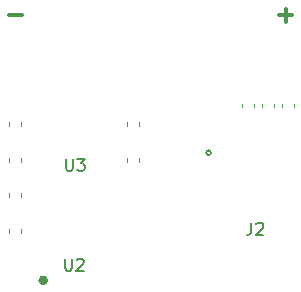
<source format=gto>
G04 #@! TF.GenerationSoftware,KiCad,Pcbnew,5.0.2+dfsg1-1*
G04 #@! TF.CreationDate,2020-10-18T19:03:35+02:00*
G04 #@! TF.ProjectId,edgedriver,65646765-6472-4697-9665-722e6b696361,rev?*
G04 #@! TF.SameCoordinates,Original*
G04 #@! TF.FileFunction,Legend,Top*
G04 #@! TF.FilePolarity,Positive*
%FSLAX46Y46*%
G04 Gerber Fmt 4.6, Leading zero omitted, Abs format (unit mm)*
G04 Created by KiCad (PCBNEW 5.0.2+dfsg1-1) date Sun 18 Oct 2020 07:03:35 PM CEST*
%MOMM*%
%LPD*%
G01*
G04 APERTURE LIST*
%ADD10C,0.300000*%
%ADD11C,0.150000*%
%ADD12C,0.120000*%
%ADD13C,0.400000*%
G04 APERTURE END LIST*
D10*
X-12001428Y29737857D02*
X-10858571Y29737857D01*
X10858571Y29737857D02*
X12001428Y29737857D01*
X11430000Y29166428D02*
X11430000Y30309285D01*
D11*
G04 #@! TO.C,U4*
X5100000Y18100000D02*
G75*
G03X5100000Y18100000I-200000J0D01*
G01*
D12*
G04 #@! TO.C,C9*
X-10990000Y20337221D02*
X-10990000Y20662779D01*
X-12010000Y20337221D02*
X-12010000Y20662779D01*
G04 #@! TO.C,C1*
X7690000Y21937221D02*
X7690000Y22262779D01*
X8710000Y21937221D02*
X8710000Y22262779D01*
G04 #@! TO.C,C6*
X11090000Y21937221D02*
X11090000Y22262779D01*
X12110000Y21937221D02*
X12110000Y22262779D01*
G04 #@! TO.C,C2*
X-12010000Y14337221D02*
X-12010000Y14662779D01*
X-10990000Y14337221D02*
X-10990000Y14662779D01*
G04 #@! TO.C,C3*
X9390000Y21937221D02*
X9390000Y22262779D01*
X10410000Y21937221D02*
X10410000Y22262779D01*
G04 #@! TO.C,C4*
X-990000Y20662779D02*
X-990000Y20337221D01*
X-2010000Y20662779D02*
X-2010000Y20337221D01*
G04 #@! TO.C,C5*
X-10990000Y17662779D02*
X-10990000Y17337221D01*
X-12010000Y17662779D02*
X-12010000Y17337221D01*
G04 #@! TO.C,C7*
X-2010000Y17337221D02*
X-2010000Y17662779D01*
X-990000Y17337221D02*
X-990000Y17662779D01*
G04 #@! TO.C,C8*
X-10990000Y11662779D02*
X-10990000Y11337221D01*
X-12010000Y11662779D02*
X-12010000Y11337221D01*
D13*
G04 #@! TO.C,U2*
X-8900000Y7300000D02*
G75*
G03X-8900000Y7300000I-200000J0D01*
G01*
G04 #@! TO.C,J2*
D11*
X8516666Y12167619D02*
X8516666Y11453333D01*
X8469047Y11310476D01*
X8373809Y11215238D01*
X8230952Y11167619D01*
X8135714Y11167619D01*
X8945238Y12072380D02*
X8992857Y12120000D01*
X9088095Y12167619D01*
X9326190Y12167619D01*
X9421428Y12120000D01*
X9469047Y12072380D01*
X9516666Y11977142D01*
X9516666Y11881904D01*
X9469047Y11739047D01*
X8897619Y11167619D01*
X9516666Y11167619D01*
G04 #@! TO.C,U3*
X-7161904Y17577619D02*
X-7161904Y16768095D01*
X-7114285Y16672857D01*
X-7066666Y16625238D01*
X-6971428Y16577619D01*
X-6780952Y16577619D01*
X-6685714Y16625238D01*
X-6638095Y16672857D01*
X-6590476Y16768095D01*
X-6590476Y17577619D01*
X-6209523Y17577619D02*
X-5590476Y17577619D01*
X-5923809Y17196666D01*
X-5780952Y17196666D01*
X-5685714Y17149047D01*
X-5638095Y17101428D01*
X-5590476Y17006190D01*
X-5590476Y16768095D01*
X-5638095Y16672857D01*
X-5685714Y16625238D01*
X-5780952Y16577619D01*
X-6066666Y16577619D01*
X-6161904Y16625238D01*
X-6209523Y16672857D01*
G04 #@! TO.C,U2*
X-7251904Y9127619D02*
X-7251904Y8318095D01*
X-7204285Y8222857D01*
X-7156666Y8175238D01*
X-7061428Y8127619D01*
X-6870952Y8127619D01*
X-6775714Y8175238D01*
X-6728095Y8222857D01*
X-6680476Y8318095D01*
X-6680476Y9127619D01*
X-6251904Y9032380D02*
X-6204285Y9080000D01*
X-6109047Y9127619D01*
X-5870952Y9127619D01*
X-5775714Y9080000D01*
X-5728095Y9032380D01*
X-5680476Y8937142D01*
X-5680476Y8841904D01*
X-5728095Y8699047D01*
X-6299523Y8127619D01*
X-5680476Y8127619D01*
G04 #@! TD*
M02*

</source>
